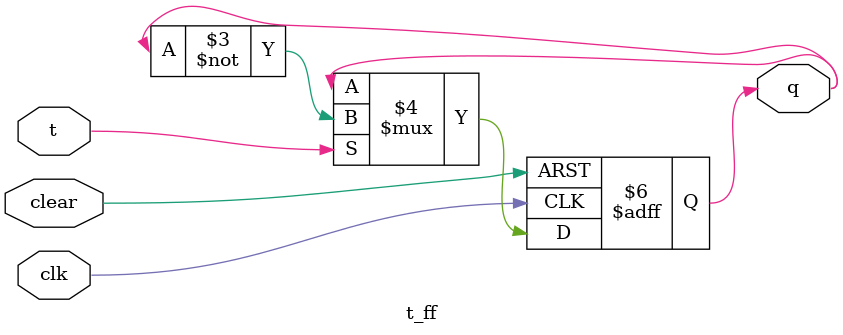
<source format=sv>
module rippleCounter(q,clk,clear);
  input clk,clear;
  output reg [3:0]q;
  reg t;
  t_ff dut1(q[0],t,clk,clear);
  t_ff dut2(q[1],t,q[0],clear);
  t_ff dut3(q[2],t,q[1],clear);
  t_ff dut4(q[3],t,q[2],clear);
  
  always @(posedge clk or negedge clear)
    begin
        if (~clear)
            t <= 4'b0000;
        else
            t <= 1'b1;
    end
endmodule

//code for T flipflop
module t_ff(q,t,clk,clear);
  input t,clk,clear;
  output reg q;
  always @(posedge clk or negedge clear)
    begin
      if (~clear)
        q<=1'b0;
      else if (t)
        q<=~q;
    end
endmodule
</source>
